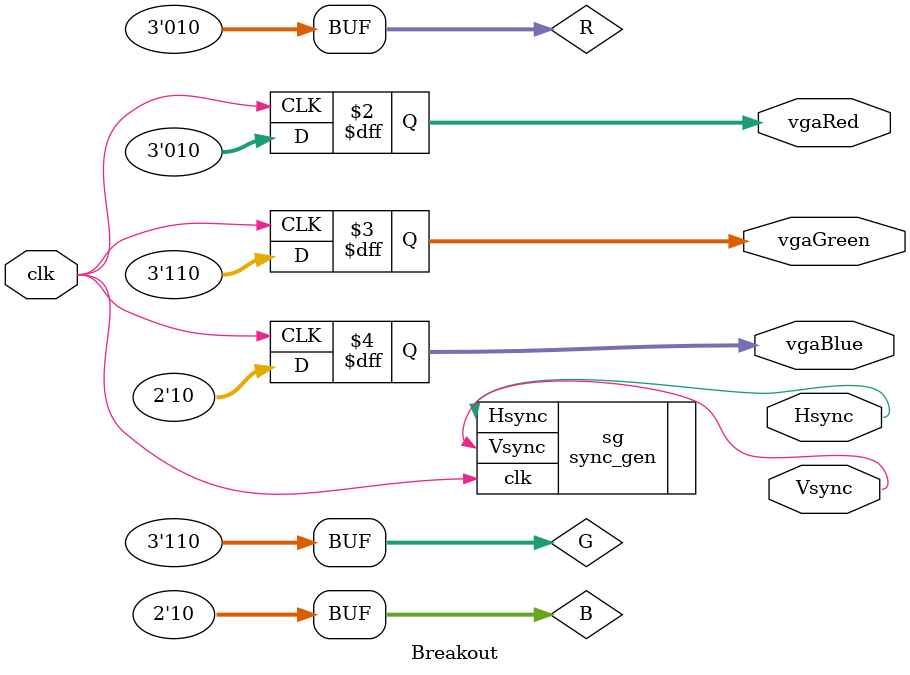
<source format=v>
`timescale 1ns / 1ps
module Breakout(
    // outputs
    vgaRed, vgaGreen, vgaBlue, Hsync, Vsync,
    // inputs
    clk
    );

    input clk;
    output [2:0] vgaRed;
    output [2:0] vgaGreen;
    output [1:0] vgaBlue;
    output Hsync;
    output Vsync;
    
    reg [2:0] vgaRed;
    reg [2:0] vgaGreen;
    reg [1:0] vgaBlue;
    
    wire [2:0] R;
    wire [2:0] G;
    wire [1:0] B;

    sync_gen sg(.Hsync (Hsync), .Vsync (Vsync), .clk (clk));
    
    assign R[2:0] = 3'b010;
    assign G[2:0] = 3'b110;
    assign B[1:0] = 2'b10;
    
    always @ (posedge clk)
    begin
      vgaRed = R;
      vgaGreen = G;
      vgaBlue = B;
    end
    
endmodule

</source>
